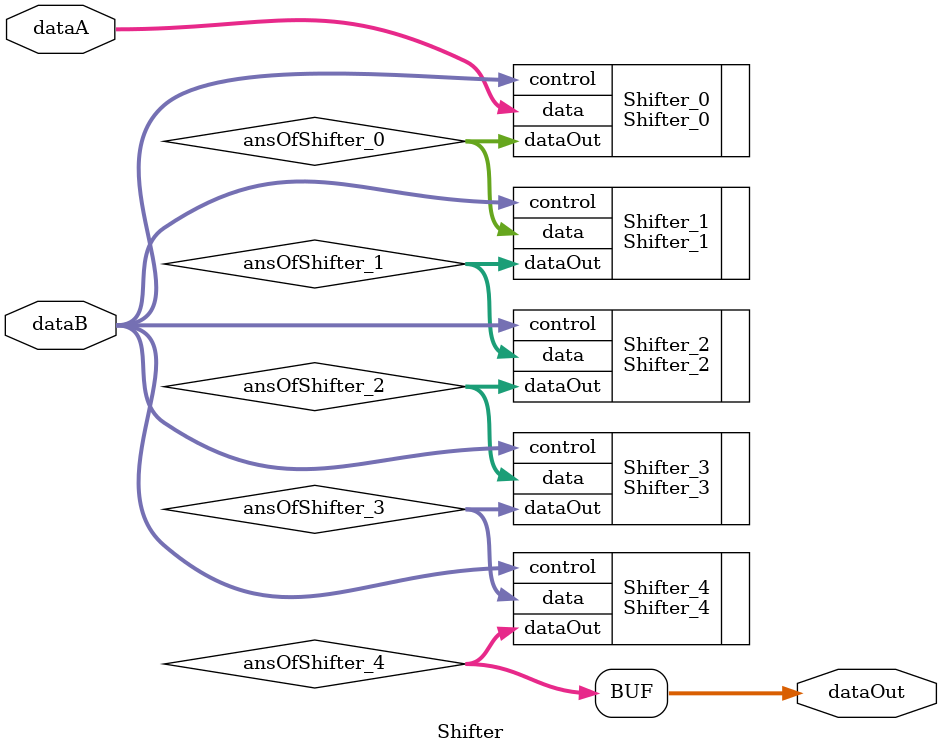
<source format=v>
module Shifter( dataA, dataB, dataOut );
input [31:0] dataA;
input [4:0] dataB;
output [31:0] dataOut;

wire [31:0] ansOfShifter_0;
wire [31:0] ansOfShifter_1;
wire [31:0] ansOfShifter_2;
wire [31:0] ansOfShifter_3;
wire [31:0] ansOfShifter_4;

parameter SLL = 6'b000000;

Shifter_0 Shifter_0( .data( dataA ), .control( dataB ), .dataOut( ansOfShifter_0 ) );
Shifter_1 Shifter_1( .data( ansOfShifter_0 ), .control( dataB ), .dataOut( ansOfShifter_1 ) );
Shifter_2 Shifter_2( .data( ansOfShifter_1 ), .control( dataB ), .dataOut( ansOfShifter_2 ) );
Shifter_3 Shifter_3( .data( ansOfShifter_2 ), .control( dataB ), .dataOut( ansOfShifter_3 ) );
Shifter_4 Shifter_4( .data( ansOfShifter_3 ), .control( dataB ), .dataOut( ansOfShifter_4 ) );

assign dataOut = ansOfShifter_4;

endmodule

</source>
